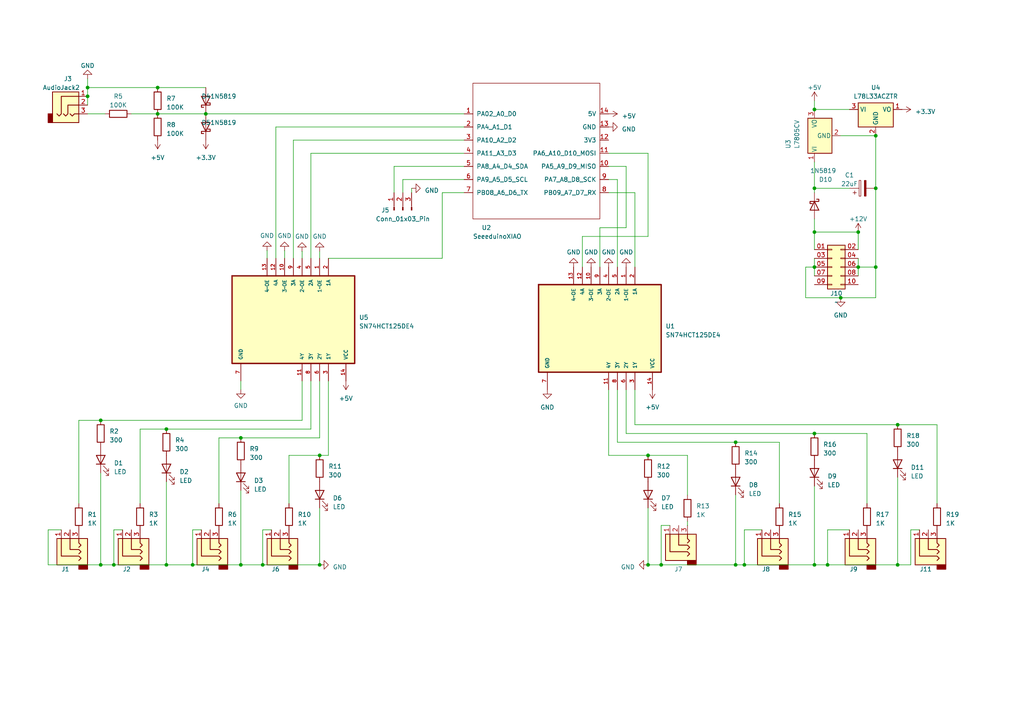
<source format=kicad_sch>
(kicad_sch (version 20230121) (generator eeschema)
  (paper "A4")
  (lib_symbols
    (symbol "1N5819_1" (pin_numbers hide) (pin_names (offset 1.016) hide)
      (property "Reference" "D10" (at -7.62 1.27 90))
      (property "Value" "1N5819" (at -10.16 -1.27 90))
      (symbol "1N5819_1_0_1"
        (polyline (pts (xy 1.27 0) (xy -1.27 0)))
        (polyline (pts (xy 1.27 1.27) (xy 1.27 -1.27) (xy -1.27 0) (xy 1.27 1.27)) (stroke (width 0.254)))
        (polyline (pts (xy -1.905 0.635) (xy -1.905 1.27) (xy -1.27 1.27) (xy -1.27 -1.27) (xy -0.635 -1.27) (xy -0.635 -0.635)) (stroke (width 0.254)))
      )
      (symbol "1N5819_1_1_1"
        (pin passive line (at -3.81 0 0) (length 2.54) (name "K") (number "1"))
        (pin passive line (at 3.81 0 180) (length 2.54) (name "A") (number "2"))
      )
    )
    (symbol "1N5819_2" (pin_numbers hide) (pin_names (offset 1.016) hide)
      (property "Reference" "D4" (at 1.27 1.27 90))
      (property "Value" "1N5819" (at 1.27 -1.27 90))
      (symbol "1N5819_2_0_1"
        (polyline (pts (xy 1.27 0) (xy -1.27 0)))
        (polyline (pts (xy 1.27 1.27) (xy 1.27 -1.27) (xy -1.27 0) (xy 1.27 1.27)) (stroke (width 0.254)))
        (polyline (pts (xy -1.905 0.635) (xy -1.905 1.27) (xy -1.27 1.27) (xy -1.27 -1.27) (xy -0.635 -1.27) (xy -0.635 -0.635)) (stroke (width 0.254)))
      )
      (symbol "1N5819_2_1_1"
        (pin passive line (at -3.81 0 0) (length 2.54) (name "K") (number "1"))
        (pin passive line (at 3.81 0 180) (length 2.54) (name "A") (number "2"))
      )
    )
    (symbol "AudioJack3_1"
      (property "Reference" "J3" (at -0.635 7.62 0))
      (property "Value" "AudioJack2" (at -2.54 5.08 0))
      (symbol "AudioJack3_1_0_1"
        (rectangle (start -5.08 -5.08) (end -6.35 -2.54) (stroke (width 0.254)) (fill (type outline)))
        (rectangle (start -5.08 3.81) (end 2.54 -5.08) (stroke (width 0.254)) (fill (type background)))
        (polyline (pts (xy 0 -2.54) (xy 0.635 -3.175) (xy 1.27 -2.54) (xy 2.54 -2.54)) (stroke (width 0.254)))
        (polyline (pts (xy -1.905 -2.54) (xy -1.27 -3.175) (xy -0.635 -2.54) (xy -0.635 0) (xy 2.54 0)) (stroke (width 0.254)))
        (polyline (pts (xy 2.54 2.54) (xy -2.54 2.54) (xy -2.54 -2.54) (xy -3.175 -3.175) (xy -3.81 -2.54)) (stroke (width 0.254)))
      )
      (symbol "AudioJack3_1_1_1"
        (pin passive line (at 5.08 2.54 180) (length 2.54) (name "~") (number "1"))
        (pin passive line (at 5.08 0 180) (length 2.54) (name "~") (number "2"))
        (pin passive line (at 5.08 -2.54 180) (length 2.54) (name "~") (number "3"))
      )
    )
    (symbol "AudioJack3_2"
      (property "Reference" "J1" (at 0 3.81 90))
      (symbol "AudioJack3_2_0_1"
        (rectangle (start -5.08 -5.08) (end -6.35 -2.54) (stroke (width 0.254)) (fill (type outline)))
        (polyline (pts (xy 0 -2.54) (xy 0.635 -3.175) (xy 1.27 -2.54) (xy 2.54 -2.54)) (stroke (width 0.254)))
        (polyline (pts (xy -1.905 -2.54) (xy -1.27 -3.175) (xy -0.635 -2.54) (xy -0.635 0) (xy 2.54 0)) (stroke (width 0.254)))
        (polyline (pts (xy 2.54 2.54) (xy -2.54 2.54) (xy -2.54 -2.54) (xy -3.175 -3.175) (xy -3.81 -2.54)) (stroke (width 0.254)))
        (rectangle (start 2.54 3.81) (end -5.08 -5.08) (stroke (width 0.254)) (fill (type background)))
      )
      (symbol "AudioJack3_2_1_1"
        (pin passive line (at 5.08 2.54 180) (length 2.54) (name "~") (number "1"))
        (pin passive line (at 5.08 0 180) (length 2.54) (name "~") (number "2"))
        (pin passive line (at 5.08 -2.54 180) (length 2.54) (name "~") (number "3"))
      )
    )
    (symbol "AudioJack3_3"
      (property "Reference" "J2" (at 6.35 -2.54 90))
      (symbol "AudioJack3_3_0_1"
        (rectangle (start -5.08 -5.08) (end -6.35 -2.54) (stroke (width 0.254)) (fill (type outline)))
        (polyline (pts (xy 0 -2.54) (xy 0.635 -3.175) (xy 1.27 -2.54) (xy 2.54 -2.54)) (stroke (width 0.254)))
        (polyline (pts (xy -1.905 -2.54) (xy -1.27 -3.175) (xy -0.635 -2.54) (xy -0.635 0) (xy 2.54 0)) (stroke (width 0.254)))
        (polyline (pts (xy 2.54 2.54) (xy -2.54 2.54) (xy -2.54 -2.54) (xy -3.175 -3.175) (xy -3.81 -2.54)) (stroke (width 0.254)))
        (rectangle (start 2.54 3.81) (end -5.08 -5.08) (stroke (width 0.254)) (fill (type background)))
      )
      (symbol "AudioJack3_3_1_1"
        (pin passive line (at 5.08 2.54 180) (length 2.54) (name "~") (number "1"))
        (pin passive line (at 5.08 0 180) (length 2.54) (name "~") (number "2"))
        (pin passive line (at 5.08 -2.54 180) (length 2.54) (name "~") (number "3"))
      )
    )
    (symbol "AudioJack3_4"
      (property "Reference" "J4" (at 0 3.81 90))
      (symbol "AudioJack3_4_0_1"
        (rectangle (start -5.08 -5.08) (end -6.35 -2.54) (stroke (width 0.254)) (fill (type outline)))
        (polyline (pts (xy 0 -2.54) (xy 0.635 -3.175) (xy 1.27 -2.54) (xy 2.54 -2.54)) (stroke (width 0.254)))
        (polyline (pts (xy -1.905 -2.54) (xy -1.27 -3.175) (xy -0.635 -2.54) (xy -0.635 0) (xy 2.54 0)) (stroke (width 0.254)))
        (polyline (pts (xy 2.54 2.54) (xy -2.54 2.54) (xy -2.54 -2.54) (xy -3.175 -3.175) (xy -3.81 -2.54)) (stroke (width 0.254)))
        (rectangle (start 2.54 3.81) (end -5.08 -5.08) (stroke (width 0.254)) (fill (type background)))
      )
      (symbol "AudioJack3_4_1_1"
        (pin passive line (at 5.08 2.54 180) (length 2.54) (name "~") (number "1"))
        (pin passive line (at 5.08 0 180) (length 2.54) (name "~") (number "2"))
        (pin passive line (at 5.08 -2.54 180) (length 2.54) (name "~") (number "3"))
      )
    )
    (symbol "AudioJack3_5"
      (property "Reference" "J6" (at 6.35 -2.54 90))
      (symbol "AudioJack3_5_0_1"
        (rectangle (start -5.08 -5.08) (end -6.35 -2.54) (stroke (width 0.254)) (fill (type outline)))
        (polyline (pts (xy 0 -2.54) (xy 0.635 -3.175) (xy 1.27 -2.54) (xy 2.54 -2.54)) (stroke (width 0.254)))
        (polyline (pts (xy -1.905 -2.54) (xy -1.27 -3.175) (xy -0.635 -2.54) (xy -0.635 0) (xy 2.54 0)) (stroke (width 0.254)))
        (polyline (pts (xy 2.54 2.54) (xy -2.54 2.54) (xy -2.54 -2.54) (xy -3.175 -3.175) (xy -3.81 -2.54)) (stroke (width 0.254)))
        (rectangle (start 2.54 3.81) (end -5.08 -5.08) (stroke (width 0.254)) (fill (type background)))
      )
      (symbol "AudioJack3_5_1_1"
        (pin passive line (at 5.08 2.54 180) (length 2.54) (name "~") (number "1"))
        (pin passive line (at 5.08 0 180) (length 2.54) (name "~") (number "2"))
        (pin passive line (at 5.08 -2.54 180) (length 2.54) (name "~") (number "3"))
      )
    )
    (symbol "AudioJack3_6"
      (property "Reference" "J7" (at 6.35 -2.54 90))
      (symbol "AudioJack3_6_0_1"
        (rectangle (start -5.08 -5.08) (end -6.35 -2.54) (stroke (width 0.254)) (fill (type outline)))
        (polyline (pts (xy 0 -2.54) (xy 0.635 -3.175) (xy 1.27 -2.54) (xy 2.54 -2.54)) (stroke (width 0.254)))
        (polyline (pts (xy -1.905 -2.54) (xy -1.27 -3.175) (xy -0.635 -2.54) (xy -0.635 0) (xy 2.54 0)) (stroke (width 0.254)))
        (polyline (pts (xy 2.54 2.54) (xy -2.54 2.54) (xy -2.54 -2.54) (xy -3.175 -3.175) (xy -3.81 -2.54)) (stroke (width 0.254)))
        (rectangle (start 2.54 3.81) (end -5.08 -5.08) (stroke (width 0.254)) (fill (type background)))
      )
      (symbol "AudioJack3_6_1_1"
        (pin passive line (at 5.08 2.54 180) (length 2.54) (name "~") (number "1"))
        (pin passive line (at 5.08 0 180) (length 2.54) (name "~") (number "2"))
        (pin passive line (at 5.08 -2.54 180) (length 2.54) (name "~") (number "3"))
      )
    )
    (symbol "AudioJack3_7"
      (property "Reference" "J8" (at 6.35 -2.54 90))
      (symbol "AudioJack3_7_0_1"
        (rectangle (start -5.08 -5.08) (end -6.35 -2.54) (stroke (width 0.254)) (fill (type outline)))
        (polyline (pts (xy 0 -2.54) (xy 0.635 -3.175) (xy 1.27 -2.54) (xy 2.54 -2.54)) (stroke (width 0.254)))
        (polyline (pts (xy -1.905 -2.54) (xy -1.27 -3.175) (xy -0.635 -2.54) (xy -0.635 0) (xy 2.54 0)) (stroke (width 0.254)))
        (polyline (pts (xy 2.54 2.54) (xy -2.54 2.54) (xy -2.54 -2.54) (xy -3.175 -3.175) (xy -3.81 -2.54)) (stroke (width 0.254)))
        (rectangle (start 2.54 3.81) (end -5.08 -5.08) (stroke (width 0.254)) (fill (type background)))
      )
      (symbol "AudioJack3_7_1_1"
        (pin passive line (at 5.08 2.54 180) (length 2.54) (name "~") (number "1"))
        (pin passive line (at 5.08 0 180) (length 2.54) (name "~") (number "2"))
        (pin passive line (at 5.08 -2.54 180) (length 2.54) (name "~") (number "3"))
      )
    )
    (symbol "AudioJack3_8"
      (property "Reference" "J9" (at 6.35 -2.54 90))
      (symbol "AudioJack3_8_0_1"
        (rectangle (start -5.08 -5.08) (end -6.35 -2.54) (stroke (width 0.254)) (fill (type outline)))
        (polyline (pts (xy 0 -2.54) (xy 0.635 -3.175) (xy 1.27 -2.54) (xy 2.54 -2.54)) (stroke (width 0.254)))
        (polyline (pts (xy -1.905 -2.54) (xy -1.27 -3.175) (xy -0.635 -2.54) (xy -0.635 0) (xy 2.54 0)) (stroke (width 0.254)))
        (polyline (pts (xy 2.54 2.54) (xy -2.54 2.54) (xy -2.54 -2.54) (xy -3.175 -3.175) (xy -3.81 -2.54)) (stroke (width 0.254)))
        (rectangle (start 2.54 3.81) (end -5.08 -5.08) (stroke (width 0.254)) (fill (type background)))
      )
      (symbol "AudioJack3_8_1_1"
        (pin passive line (at 5.08 2.54 180) (length 2.54) (name "~") (number "1"))
        (pin passive line (at 5.08 0 180) (length 2.54) (name "~") (number "2"))
        (pin passive line (at 5.08 -2.54 180) (length 2.54) (name "~") (number "3"))
      )
    )
    (symbol "Connector:Conn_01x03_Pin" (pin_names (offset 1.016) hide)
      (property "Reference" "J5" (at -6.35 0 90))
      (property "Value" "Conn_01x03_Pin" (at -5.08 -2.54 90))
      (symbol "Conn_01x03_Pin_1_1"
        (polyline (pts (xy 1.27 -2.54) (xy 0.8636 -2.54)) (stroke (width 0.1524)))
        (polyline (pts (xy 1.27 0) (xy 0.8636 0)) (stroke (width 0.1524)))
        (polyline (pts (xy 1.27 2.54) (xy 0.8636 2.54)) (stroke (width 0.1524)))
        (rectangle (start 0.8636 -2.413) (end 0 -2.667) (stroke (width 0.1524)) (fill (type outline)))
        (rectangle (start 0.8636 0.127) (end 0 -0.127) (stroke (width 0.1524)) (fill (type outline)))
        (rectangle (start 0.8636 2.667) (end 0 2.413) (stroke (width 0.1524)) (fill (type outline)))
        (pin passive line (at 5.08 2.54 180) (length 3.81) (name "Pin_1") (number "1"))
        (pin passive line (at 5.08 0 180) (length 3.81) (name "Pin_2") (number "2"))
        (pin passive line (at 5.08 -2.54 180) (length 3.81) (name "Pin_3") (number "3"))
      )
    )
    (symbol "Connector_Audio:AudioJack3"
      (property "Reference" "J11" (at 6.35 -2.54 90))
      (symbol "AudioJack3_0_1"
        (rectangle (start -5.08 -5.08) (end -6.35 -2.54) (stroke (width 0.254)) (fill (type outline)))
        (polyline (pts (xy 0 -2.54) (xy 0.635 -3.175) (xy 1.27 -2.54) (xy 2.54 -2.54)) (stroke (width 0.254)))
        (polyline (pts (xy -1.905 -2.54) (xy -1.27 -3.175) (xy -0.635 -2.54) (xy -0.635 0) (xy 2.54 0)) (stroke (width 0.254)))
        (polyline (pts (xy 2.54 2.54) (xy -2.54 2.54) (xy -2.54 -2.54) (xy -3.175 -3.175) (xy -3.81 -2.54)) (stroke (width 0.254)))
        (rectangle (start 2.54 3.81) (end -5.08 -5.08) (stroke (width 0.254)) (fill (type background)))
      )
      (symbol "AudioJack3_1_1"
        (pin passive line (at 5.08 2.54 180) (length 2.54) (name "~") (number "1"))
        (pin passive line (at 5.08 0 180) (length 2.54) (name "~") (number "2"))
        (pin passive line (at 5.08 -2.54 180) (length 2.54) (name "~") (number "3"))
      )
    )
    (symbol "Connector_Generic:Conn_02x05_Odd_Even" (pin_names (offset 1.016) hide)
      (property "Reference" "J10" (at 1.27 -7.62 0))
      (symbol "Conn_02x05_Odd_Even_1_1"
        (rectangle (start -1.27 -4.953) (end 0 -5.207) (stroke (width 0.1524)))
        (rectangle (start -1.27 -2.413) (end 0 -2.667) (stroke (width 0.1524)))
        (rectangle (start -1.27 0.127) (end 0 -0.127) (stroke (width 0.1524)))
        (rectangle (start -1.27 2.667) (end 0 2.413) (stroke (width 0.1524)))
        (rectangle (start -1.27 5.207) (end 0 4.953) (stroke (width 0.1524)))
        (rectangle (start -1.27 6.35) (end 3.81 -6.35) (stroke (width 0.254)) (fill (type background)))
        (rectangle (start 3.81 -4.953) (end 2.54 -5.207) (stroke (width 0.1524)))
        (rectangle (start 3.81 -2.413) (end 2.54 -2.667) (stroke (width 0.1524)))
        (rectangle (start 3.81 0.127) (end 2.54 -0.127) (stroke (width 0.1524)))
        (rectangle (start 3.81 2.667) (end 2.54 2.413) (stroke (width 0.1524)))
        (rectangle (start 3.81 5.207) (end 2.54 4.953) (stroke (width 0.1524)))
        (pin passive line (at -5.08 5.08 0) (length 3.81) (name "Pin_1") (number "01"))
        (pin passive line (at 7.62 5.08 180) (length 3.81) (name "Pin_2") (number "02"))
        (pin passive line (at -5.08 2.54 0) (length 3.81) (name "Pin_3") (number "03"))
        (pin passive line (at 7.62 2.54 180) (length 3.81) (name "Pin_4") (number "04"))
        (pin passive line (at -5.08 0 0) (length 3.81) (name "Pin_5") (number "05"))
        (pin passive line (at 7.62 0 180) (length 3.81) (name "Pin_6") (number "06"))
        (pin passive line (at -5.08 -2.54 0) (length 3.81) (name "Pin_7") (number "07"))
        (pin passive line (at 7.62 -2.54 180) (length 3.81) (name "Pin_8") (number "08"))
        (pin passive line (at -5.08 -5.08 0) (length 3.81) (name "Pin_9") (number "09"))
        (pin passive line (at 7.62 -5.08 180) (length 3.81) (name "Pin_10") (number "10"))
      )
    )
    (symbol "Device:C_Polarized" (pin_numbers hide) (pin_names (offset 0.254))
      (property "Reference" "C1" (at -0.889 6.35 90))
      (property "Value" "22uF" (at -0.889 3.81 90))
      (symbol "C_Polarized_0_1"
        (rectangle (start -2.286 1.016) (end 2.286 0.508))
        (polyline (pts (xy -1.778 2.286) (xy -0.762 2.286)))
        (polyline (pts (xy -1.27 2.794) (xy -1.27 1.778)))
        (rectangle (start 2.286 -0.508) (end -2.286 -1.016) (fill (type outline)))
      )
      (symbol "C_Polarized_1_1"
        (pin passive line (at 0 3.81 270) (length 2.794) (name "~") (number "1"))
        (pin passive line (at 0 -3.81 90) (length 2.794) (name "~") (number "2"))
      )
    )
    (symbol "Device:LED" (pin_numbers hide) (pin_names (offset 1.016) hide)
      (property "Reference" "D" (at 0 2.54 0))
      (property "Value" "LED" (at 0 -2.54 0))
      (symbol "LED_0_1"
        (polyline (pts (xy -1.27 -1.27) (xy -1.27 1.27)) (stroke (width 0.254)))
        (polyline (pts (xy -1.27 0) (xy 1.27 0)))
        (polyline (pts (xy 1.27 -1.27) (xy 1.27 1.27) (xy -1.27 0) (xy 1.27 -1.27)) (stroke (width 0.254)))
        (polyline (pts (xy -3.048 -0.762) (xy -4.572 -2.286) (xy -3.81 -2.286) (xy -4.572 -2.286) (xy -4.572 -1.524)))
        (polyline (pts (xy -1.778 -0.762) (xy -3.302 -2.286) (xy -2.54 -2.286) (xy -3.302 -2.286) (xy -3.302 -1.524)))
      )
      (symbol "LED_1_1"
        (pin passive line (at -3.81 0 0) (length 2.54) (name "K") (number "1"))
        (pin passive line (at 3.81 0 180) (length 2.54) (name "A") (number "2"))
      )
    )
    (symbol "Device:R" (pin_numbers hide) (pin_names (offset 0))
      (property "Reference" "R" (at 2.032 0 90))
      (property "Value" "R" (at 0 0 90))
      (symbol "R_0_1"
        (rectangle (start -1.016 -2.54) (end 1.016 2.54) (stroke (width 0.254)))
      )
      (symbol "R_1_1"
        (pin passive line (at 0 3.81 270) (length 1.27) (name "~") (number "1"))
        (pin passive line (at 0 -3.81 90) (length 1.27) (name "~") (number "2"))
      )
    )
    (symbol "Diode:1N5819" (pin_numbers hide) (pin_names (offset 1.016) hide)
      (property "Reference" "D5" (at 1.27 1.27 90))
      (property "Value" "1N5819" (at 1.27 -1.27 90))
      (symbol "1N5819_0_1"
        (polyline (pts (xy 1.27 0) (xy -1.27 0)))
        (polyline (pts (xy 1.27 1.27) (xy 1.27 -1.27) (xy -1.27 0) (xy 1.27 1.27)) (stroke (width 0.254)))
        (polyline (pts (xy -1.905 0.635) (xy -1.905 1.27) (xy -1.27 1.27) (xy -1.27 -1.27) (xy -0.635 -1.27) (xy -0.635 -0.635)) (stroke (width 0.254)))
      )
      (symbol "1N5819_1_1"
        (pin passive line (at -3.81 0 0) (length 2.54) (name "K") (number "1"))
        (pin passive line (at 3.81 0 180) (length 2.54) (name "A") (number "2"))
      )
    )
    (symbol "Import_Library:SN74HCT125DE4" (pin_names (offset 1.016))
      (property "Reference" "U" (at -12.7 18.78 0))
      (property "Value" "SN74HCT125DE4" (at -12.7 -21.78 0))
      (symbol "SN74HCT125DE4_0_0"
        (rectangle (start -12.7 -17.78) (end 12.7 17.78) (stroke (width 0.41)) (fill (type background)))
        (pin input line (at -17.78 7.62 0) (length 5.08) (name "1~OE") (number "1"))
        (pin input line (at -17.78 -2.54 0) (length 5.08) (name "3~OE") (number "10"))
        (pin output line (at 17.78 2.54 180) (length 5.08) (name "4Y") (number "11"))
        (pin input line (at -17.78 -5.08 0) (length 5.08) (name "4A") (number "12"))
        (pin input line (at -17.78 -7.62 0) (length 5.08) (name "4~OE") (number "13"))
        (pin power_in line (at 17.78 15.24 180) (length 5.08) (name "VCC") (number "14"))
        (pin input line (at -17.78 10.16 0) (length 5.08) (name "1A") (number "2"))
        (pin output line (at 17.78 10.16 180) (length 5.08) (name "1Y") (number "3"))
        (pin input line (at -17.78 2.54 0) (length 5.08) (name "2~OE") (number "4"))
        (pin input line (at -17.78 5.08 0) (length 5.08) (name "2A") (number "5"))
        (pin output line (at 17.78 7.62 180) (length 5.08) (name "2Y") (number "6"))
        (pin power_in line (at 17.78 -15.24 180) (length 5.08) (name "GND") (number "7"))
        (pin output line (at 17.78 5.08 180) (length 5.08) (name "3Y") (number "8"))
        (pin input line (at -17.78 0 0) (length 5.08) (name "3A") (number "9"))
      )
    )
    (symbol "Import_Library:SeeeduinoXIAO" (pin_names (offset 1.016))
      (property "Reference" "U2" (at -16.51 -21.59 0))
      (property "Value" "SeeeduinoXIAO" (at -19.05 -24.13 0))
      (symbol "SeeeduinoXIAO_0_1"
        (rectangle (start -19.05 20.32) (end 17.78 -19.05))
      )
      (symbol "SeeeduinoXIAO_1_1"
        (pin unspecified line (at -21.59 11.43 0) (length 2.54) (name "PA02_A0_D0") (number "1"))
        (pin unspecified line (at 20.32 -3.81 180) (length 2.54) (name "PA5_A9_D9_MISO") (number "10"))
        (pin unspecified line (at 20.32 0 180) (length 2.54) (name "PA6_A10_D10_MOSI") (number "11"))
        (pin unspecified line (at 20.32 3.81 180) (length 2.54) (name "3V3") (number "12"))
        (pin unspecified line (at 20.32 7.62 180) (length 2.54) (name "GND") (number "13"))
        (pin unspecified line (at 20.32 11.43 180) (length 2.54) (name "5V") (number "14"))
        (pin input line (at -2.54 -21.59 90) (length 2.54) hide (name "5V") (number "15"))
        (pin input line (at 2.54 -21.59 90) (length 2.54) hide (name "GND") (number "16"))
        (pin input line (at -5.08 22.86 270) (length 2.54) hide (name "PA31_SWDIO") (number "17"))
        (pin input line (at -1.27 22.86 270) (length 2.54) hide (name "PA30_SWCLK") (number "18"))
        (pin input line (at 2.54 22.86 270) (length 2.54) hide (name "RESET") (number "19"))
        (pin unspecified line (at -21.59 7.62 0) (length 2.54) (name "PA4_A1_D1") (number "2"))
        (pin input line (at 6.35 22.86 270) (length 2.54) hide (name "GND") (number "20"))
        (pin unspecified line (at -21.59 3.81 0) (length 2.54) (name "PA10_A2_D2") (number "3"))
        (pin unspecified line (at -21.59 0 0) (length 2.54) (name "PA11_A3_D3") (number "4"))
        (pin unspecified line (at -21.59 -3.81 0) (length 2.54) (name "PA8_A4_D4_SDA") (number "5"))
        (pin unspecified line (at -21.59 -7.62 0) (length 2.54) (name "PA9_A5_D5_SCL") (number "6"))
        (pin unspecified line (at -21.59 -11.43 0) (length 2.54) (name "PB08_A6_D6_TX") (number "7"))
        (pin unspecified line (at 20.32 -11.43 180) (length 2.54) (name "PB09_A7_D7_RX") (number "8"))
        (pin unspecified line (at 20.32 -7.62 180) (length 2.54) (name "PA7_A8_D8_SCK") (number "9"))
      )
    )
    (symbol "Regulator_Linear:LM1117MP-3.3"
      (property "Reference" "U4" (at 0 6.35 0))
      (property "Value" "L78L33ACZTR" (at 0 3.81 0))
      (symbol "LM1117MP-3.3_0_1"
        (rectangle (start -5.08 -5.08) (end 5.08 1.905) (stroke (width 0.254)) (fill (type background)))
      )
      (symbol "LM1117MP-3.3_1_1"
        (pin power_out line (at 7.62 0 180) (length 2.54) (name "VO") (number "1"))
        (pin power_in line (at 0 -7.62 90) (length 2.54) (name "GND") (number "2"))
        (pin power_in line (at -7.62 0 0) (length 2.54) (name "VI") (number "3"))
      )
    )
    (symbol "Regulator_Linear:LM7805_TO220" (pin_names (offset 0.254))
      (property "Reference" "U3" (at -3.81 7.62 0))
      (property "Value" "L7805CV" (at -3.81 5.08 0))
      (symbol "LM7805_TO220_0_1"
        (rectangle (start -5.08 1.905) (end 5.08 -5.08) (stroke (width 0.254)) (fill (type background)))
      )
      (symbol "LM7805_TO220_1_1"
        (pin power_in line (at -7.62 0 0) (length 2.54) (name "VI") (number "1"))
        (pin power_in line (at 0 -7.62 90) (length 2.54) (name "GND") (number "2"))
        (pin power_out line (at 7.62 0 180) (length 2.54) (name "VO") (number "3"))
      )
    )
    (symbol "power:+12V" (power) (pin_names (offset 0))
      (property "Value" "+12V" (at 0 3.556 0))
      (symbol "+12V_0_1"
        (polyline (pts (xy -0.762 1.27) (xy 0 2.54)))
        (polyline (pts (xy 0 0) (xy 0 2.54)))
        (polyline (pts (xy 0 2.54) (xy 0.762 1.27)))
      )
      (symbol "+12V_1_1"
        (pin power_in line (at 0 0 90) (length 0) hide (name "+12V") (number "1"))
      )
    )
    (symbol "power:+3.3V" (power) (pin_names (offset 0))
      (property "Value" "+3.3V" (at 0 3.556 0))
      (symbol "+3.3V_0_1"
        (polyline (pts (xy -0.762 1.27) (xy 0 2.54)))
        (polyline (pts (xy 0 0) (xy 0 2.54)))
        (polyline (pts (xy 0 2.54) (xy 0.762 1.27)))
      )
      (symbol "+3.3V_1_1"
        (pin power_in line (at 0 0 90) (length 0) hide (name "+3.3V") (number "1"))
      )
    )
    (symbol "power:+5V" (power) (pin_names (offset 0))
      (property "Value" "+5V" (at 0 3.556 0))
      (symbol "+5V_0_1"
        (polyline (pts (xy -0.762 1.27) (xy 0 2.54)))
        (polyline (pts (xy 0 0) (xy 0 2.54)))
        (polyline (pts (xy 0 2.54) (xy 0.762 1.27)))
      )
      (symbol "+5V_1_1"
        (pin power_in line (at 0 0 90) (length 0) hide (name "+5V") (number "1"))
      )
    )
    (symbol "power:GND" (power) (pin_names (offset 0))
      (property "Value" "GND" (at 0 -3.81 0))
      (symbol "GND_0_1"
        (polyline (pts (xy 0 0) (xy 0 -1.27) (xy 1.27 -1.27) (xy 0 -2.54) (xy -1.27 -1.27) (xy 0 -1.27)))
      )
      (symbol "GND_1_1"
        (pin power_in line (at 0 0 270) (length 0) hide (name "GND") (number "1"))
      )
    )
  )
  (junction (at 236.22 77.47))
  (junction (at 213.36 128.27))
  (junction (at 45.72 33.02))
  (junction (at 240.03 163.83))
  (junction (at 55.88 163.83))
  (junction (at 76.2 163.83))
  (junction (at 260.35 163.83))
  (junction (at 69.85 163.83))
  (junction (at 59.69 33.02))
  (junction (at 187.96 163.83))
  (junction (at 92.71 163.83))
  (junction (at 215.9 163.83))
  (junction (at 33.02 163.83))
  (junction (at 236.22 163.83))
  (junction (at 25.4 27.94))
  (junction (at 254 77.47))
  (junction (at 25.4 25.4))
  (junction (at 243.84 86.36))
  (junction (at 236.22 67.31))
  (junction (at 248.92 67.31))
  (junction (at 45.72 25.4))
  (junction (at 29.21 121.92))
  (junction (at 29.21 163.83))
  (junction (at 254 54.61))
  (junction (at 236.22 125.73))
  (junction (at 48.26 163.83))
  (junction (at 92.71 132.08))
  (junction (at 213.36 163.83))
  (junction (at 248.92 77.47))
  (junction (at 48.26 124.46))
  (junction (at 191.77 163.83))
  (junction (at 236.22 31.75))
  (junction (at 236.22 54.61))
  (junction (at 187.96 132.08))
  (junction (at 260.35 123.19))
  (junction (at 69.85 127))
  (junction (at 254 39.37))
  (wire (pts (xy 248.92 67.31) (xy 248.92 72.39)))
  (wire (pts (xy 92.71 147.32) (xy 92.71 163.83)))
  (wire (pts (xy 82.55 72.729) (xy 82.55 74.93)))
  (wire (pts (xy 69.85 142.24) (xy 69.85 163.83)))
  (wire (pts (xy 87.63 110.49) (xy 87.63 121.92)))
  (wire (pts (xy 90.17 44.45) (xy 90.17 74.93)))
  (wire (pts (xy 87.5983 72.9218) (xy 87.63 72.9218)))
  (wire (pts (xy 25.4 25.4) (xy 25.4 27.94)))
  (wire (pts (xy 199.395 132.08) (xy 199.395 143.5979)))
  (wire (pts (xy 179.07 113.03) (xy 179.07 128.27)))
  (wire (pts (xy 260.35 138.43) (xy 260.35 163.83)))
  (wire (pts (xy 236.22 63.5) (xy 236.22 67.31)))
  (wire (pts (xy 233.68 86.36) (xy 243.84 86.36)))
  (wire (pts (xy 63.5 146.05) (xy 63.5 127)))
  (wire (pts (xy 69.85 110.49) (xy 69.8488 110.49)))
  (wire (pts (xy 236.22 77.47) (xy 233.68 77.47)))
  (wire (pts (xy 55.88 163.83) (xy 69.85 163.83)))
  (wire (pts (xy 264.16 163.83) (xy 260.35 163.83)))
  (wire (pts (xy 243.84 86.36) (xy 254 86.36)))
  (wire (pts (xy 236.22 67.31) (xy 236.22 72.39)))
  (wire (pts (xy 233.68 77.47) (xy 233.68 86.36)))
  (wire (pts (xy 187.96 44.45) (xy 176.53 44.45)))
  (wire (pts (xy 254 54.61) (xy 254 77.47)))
  (wire (pts (xy 22.86 121.92) (xy 29.21 121.92)))
  (wire (pts (xy 236.22 67.31) (xy 248.92 67.31)))
  (wire (pts (xy 69.85 163.83) (xy 76.2 163.83)))
  (wire (pts (xy 87.63 72.9218) (xy 87.63 74.93)))
  (wire (pts (xy 128.27 55.88) (xy 134.62 55.88)))
  (wire (pts (xy 92.7084 74.93) (xy 92.71 74.93)))
  (wire (pts (xy 29.21 137.16) (xy 29.21 163.83)))
  (wire (pts (xy 82.5365 72.729) (xy 82.55 72.729)))
  (wire (pts (xy 176.53 132.08) (xy 187.96 132.08)))
  (wire (pts (xy 184.15 123.19) (xy 260.35 123.19)))
  (wire (pts (xy 119.38 55.88) (xy 119.38 54.61)))
  (wire (pts (xy 33.02 153.67) (xy 33.02 163.83)))
  (wire (pts (xy 77.47 72.6958) (xy 77.47 74.93)))
  (wire (pts (xy 13.97 163.83) (xy 29.21 163.83)))
  (wire (pts (xy 48.26 139.7) (xy 48.26 163.83)))
  (wire (pts (xy 45.72 25.4) (xy 59.69 25.4)))
  (wire (pts (xy 181.61 48.26) (xy 176.53 48.26)))
  (wire (pts (xy 29.21 163.83) (xy 33.02 163.83)))
  (wire (pts (xy 181.61 66.04) (xy 181.61 48.26)))
  (wire (pts (xy 25.4 27.94) (xy 25.4 30.48)))
  (wire (pts (xy 184.15 113.03) (xy 184.15 123.19)))
  (wire (pts (xy 226.06 146.05) (xy 226.06 128.27)))
  (wire (pts (xy 95.25 110.49) (xy 95.25 132.08)))
  (wire (pts (xy 181.61 125.73) (xy 236.22 125.73)))
  (wire (pts (xy 236.22 74.93) (xy 236.22 77.47)))
  (wire (pts (xy 69.85 127) (xy 92.71 127)))
  (wire (pts (xy 251.46 146.05) (xy 251.46 125.73)))
  (wire (pts (xy 13.97 153.67) (xy 13.97 163.83)))
  (wire (pts (xy 128.27 55.88) (xy 128.27 74.93)))
  (wire (pts (xy 29.21 121.92) (xy 87.63 121.92)))
  (wire (pts (xy 271.78 123.19) (xy 260.35 123.19)))
  (wire (pts (xy 114.3 48.26) (xy 134.62 48.26)))
  (wire (pts (xy 236.22 29.21) (xy 236.22 31.75)))
  (wire (pts (xy 58.42 153.67) (xy 55.88 153.67)))
  (wire (pts (xy 236.22 140.97) (xy 236.22 163.83)))
  (wire (pts (xy 173.99 66.04) (xy 181.61 66.04)))
  (wire (pts (xy 181.61 113.03) (xy 181.61 125.73)))
  (wire (pts (xy 240.03 163.83) (xy 236.22 163.83)))
  (wire (pts (xy 184.15 77.47) (xy 184.15 55.88)))
  (wire (pts (xy 179.07 128.27) (xy 213.36 128.27)))
  (wire (pts (xy 236.22 54.61) (xy 236.22 55.88)))
  (wire (pts (xy 184.15 55.88) (xy 176.53 55.88)))
  (wire (pts (xy 173.99 66.04) (xy 173.99 77.47)))
  (wire (pts (xy 248.92 77.47) (xy 248.92 80.01)))
  (wire (pts (xy 194.31 152.4) (xy 191.77 152.4)))
  (wire (pts (xy 95.25 132.08) (xy 92.71 132.08)))
  (wire (pts (xy 25.4 33.02) (xy 30.48 33.02)))
  (wire (pts (xy 128.27 74.93) (xy 95.25 74.93)))
  (wire (pts (xy 92.71 127) (xy 92.71 110.49)))
  (wire (pts (xy 116.84 52.07) (xy 116.84 55.88)))
  (wire (pts (xy 59.69 33.02) (xy 134.62 33.02)))
  (wire (pts (xy 191.77 163.83) (xy 187.96 163.83)))
  (wire (pts (xy 248.92 74.93) (xy 248.92 77.47)))
  (wire (pts (xy 226.06 128.27) (xy 213.36 128.27)))
  (wire (pts (xy 176.53 113.03) (xy 176.53 132.08)))
  (wire (pts (xy 134.62 52.07) (xy 116.84 52.07)))
  (wire (pts (xy 25.4 25.4) (xy 45.72 25.4)))
  (wire (pts (xy 83.82 146.05) (xy 83.82 132.08)))
  (wire (pts (xy 246.38 153.67) (xy 240.03 153.67)))
  (wire (pts (xy 251.46 125.73) (xy 236.22 125.73)))
  (wire (pts (xy 215.9 163.83) (xy 236.22 163.83)))
  (wire (pts (xy 35.56 153.67) (xy 33.02 153.67)))
  (wire (pts (xy 215.9 153.67) (xy 215.9 163.83)))
  (wire (pts (xy 213.36 143.51) (xy 213.36 163.83)))
  (wire (pts (xy 78.74 153.67) (xy 76.2 153.67)))
  (wire (pts (xy 191.77 163.83) (xy 213.36 163.83)))
  (wire (pts (xy 48.26 163.83) (xy 55.88 163.83)))
  (wire (pts (xy 199.395 152.4) (xy 199.39 152.4)))
  (wire (pts (xy 168.91 68.58) (xy 187.96 68.58)))
  (wire (pts (xy 187.96 132.08) (xy 199.395 132.08)))
  (wire (pts (xy 236.22 31.75) (xy 246.38 31.75)))
  (wire (pts (xy 25.4 22.86) (xy 25.4 25.4)))
  (wire (pts (xy 187.96 68.58) (xy 187.96 44.45)))
  (wire (pts (xy 76.2 153.67) (xy 76.2 163.83)))
  (wire (pts (xy 38.1 33.02) (xy 45.72 33.02)))
  (wire (pts (xy 17.78 153.67) (xy 13.97 153.67)))
  (wire (pts (xy 179.07 52.07) (xy 179.07 77.47)))
  (wire (pts (xy 80.01 36.83) (xy 80.01 74.93)))
  (wire (pts (xy 248.92 77.47) (xy 254 77.47)))
  (wire (pts (xy 55.88 153.67) (xy 55.88 163.83)))
  (wire (pts (xy 191.77 152.4) (xy 191.77 163.83)))
  (wire (pts (xy 254 54.61) (xy 254 39.37)))
  (wire (pts (xy 236.22 54.61) (xy 246.38 54.61)))
  (wire (pts (xy 76.2 163.83) (xy 92.71 163.83)))
  (wire (pts (xy 266.7 153.67) (xy 264.16 153.67)))
  (wire (pts (xy 40.64 146.05) (xy 40.64 124.46)))
  (wire (pts (xy 92.7084 72.9218) (xy 92.7084 74.93)))
  (wire (pts (xy 236.22 77.47) (xy 236.22 80.01)))
  (wire (pts (xy 80.01 36.83) (xy 134.62 36.83)))
  (wire (pts (xy 85.09 40.64) (xy 134.62 40.64)))
  (wire (pts (xy 83.82 132.08) (xy 92.71 132.08)))
  (wire (pts (xy 168.91 77.47) (xy 168.91 68.58)))
  (wire (pts (xy 215.9 163.83) (xy 213.36 163.83)))
  (wire (pts (xy 22.86 146.05) (xy 22.86 121.92)))
  (wire (pts (xy 236.22 46.99) (xy 236.22 54.61)))
  (wire (pts (xy 85.09 40.64) (xy 85.09 74.93)))
  (wire (pts (xy 240.03 163.83) (xy 260.35 163.83)))
  (wire (pts (xy 40.64 124.46) (xy 48.26 124.46)))
  (wire (pts (xy 220.98 153.67) (xy 215.9 153.67)))
  (wire (pts (xy 33.02 163.83) (xy 48.26 163.83)))
  (wire (pts (xy 114.3 48.26) (xy 114.3 55.88)))
  (wire (pts (xy 264.16 153.67) (xy 264.16 163.83)))
  (wire (pts (xy 254 39.37) (xy 243.84 39.37)))
  (wire (pts (xy 199.395 151.2179) (xy 199.395 152.4)))
  (wire (pts (xy 69.8488 110.49) (xy 69.8488 112.9835)))
  (wire (pts (xy 179.07 52.07) (xy 176.53 52.07)))
  (wire (pts (xy 271.78 146.05) (xy 271.78 123.19)))
  (wire (pts (xy 187.96 147.32) (xy 187.96 163.83)))
  (wire (pts (xy 240.03 153.67) (xy 240.03 163.83)))
  (wire (pts (xy 90.17 110.49) (xy 90.17 124.46)))
  (wire (pts (xy 90.17 44.45) (xy 134.62 44.45)))
  (wire (pts (xy 77.4534 72.6958) (xy 77.47 72.6958)))
  (wire (pts (xy 254 86.36) (xy 254 77.47)))
  (wire (pts (xy 63.5 127) (xy 69.85 127)))
  (wire (pts (xy 48.26 124.46) (xy 90.17 124.46)))
  (wire (pts (xy 45.72 33.02) (xy 59.69 33.02)))
  (symbol (lib_name "AudioJack3_8") (lib_id "Connector_Audio:AudioJack3") (at 248.92 158.75 90) (unit 1)
    (property "Reference" "J9" (at 246.38 165.1 90) (effects (justify right)))
    (property "Value" "AudioJack2" (effects hide))
    (property "Footprint" "Import Library:Socket-3.5mm THT-Thonkiconn PJ398SM-12" (effects hide))
  )
  (symbol (lib_id "Regulator_Linear:LM1117MP-3.3") (at 254 31.75 0) (unit 1)
    (property "Reference" "U4" (at 254 25.4 0))
    (property "Value" "L78L33ACZTR" (at 254 27.94 0))
    (property "Footprint" "Package_TO_SOT_THT:TO-92" (effects hide))
    (property "Datasheet" "http://www.ti.com/lit/ds/symlink/lm1117.pdf" (effects hide))
  )
  (symbol (lib_id "power:GND") (at 92.71 163.83 90) (unit 1)
    (property "Reference" "#PWR04" (effects hide))
    (property "Value" "GND" (at 96.52 164.465 90) (effects (justify right)))
  )
  (symbol (lib_id "Device:R") (at 199.395 147.4079 0) (unit 1)
    (property "Reference" "R13" (at 201.93 146.7729 0) (effects (justify left)))
    (property "Value" "1K" (at 201.93 149.3129 0) (effects (justify left)))
    (property "Footprint" "Resistor_THT:R_Axial_DIN0207_L6.3mm_D2.5mm_P7.62mm_Horizontal" (effects hide))
  )
  (symbol (lib_id "Device:LED") (at 187.96 143.51 90) (unit 1)
    (property "Reference" "D7" (at 191.77 144.4625 90) (effects (justify right)))
    (property "Value" "LED" (at 191.77 147.0025 90) (effects (justify right)))
    (property "Footprint" "Import Library:LED-THT Red Angle130-L-47XEC" (effects hide))
  )
  (symbol (lib_id "Device:R") (at 45.72 29.21 0) (unit 1)
    (property "Reference" "R7" (at 48.26 28.575 0) (effects (justify left)))
    (property "Value" "100K" (at 48.26 31.115 0) (effects (justify left)))
    (property "Footprint" "Resistor_THT:R_Axial_DIN0207_L6.3mm_D2.5mm_P7.62mm_Horizontal" (effects hide))
  )
  (symbol (lib_id "Regulator_Linear:LM7805_TO220") (at 236.22 39.37 90) (unit 1)
    (property "Reference" "U3" (at 228.6 43.18 0) (effects (justify left)))
    (property "Value" "L7805CV" (at 231.14 43.18 0) (effects (justify left)))
    (property "Footprint" "Package_TO_SOT_THT:TO-220-3_Horizontal_TabDown" (effects hide))
    (property "Datasheet" "https://www.onsemi.cn/PowerSolutions/document/MC7800-D.PDF" (effects hide))
  )
  (symbol (lib_id "Device:LED") (at 92.71 143.51 90) (unit 1)
    (property "Reference" "D6" (at 96.52 144.4625 90) (effects (justify right)))
    (property "Value" "LED" (at 96.52 147.0025 90) (effects (justify right)))
    (property "Footprint" "Import Library:LED-THT Red Angle130-L-47XEC" (effects hide))
  )
  (symbol (lib_id "Import_Library:SN74HCT125DE4") (at 85.09 92.71 270) (unit 1)
    (property "Reference" "U5" (at 104.14 92.075 90) (effects (justify left)))
    (property "Value" "SN74HCT125DE4" (at 104.14 94.615 90) (effects (justify left)))
    (property "Footprint" "Import Library:Quad Bus-Tri-State Quad Bus non-inverting THT-SN74HCT125NE4 " (effects hide))
  )
  (symbol (lib_id "Device:R") (at 226.06 149.86 0) (unit 1)
    (property "Reference" "R15" (at 228.6 149.225 0) (effects (justify left)))
    (property "Value" "1K" (at 228.6 151.765 0) (effects (justify left)))
    (property "Footprint" "Resistor_THT:R_Axial_DIN0207_L6.3mm_D2.5mm_P7.62mm_Horizontal" (effects hide))
  )
  (symbol (lib_id "power:GND") (at 69.8488 112.9835 0) (unit 1)
    (property "Reference" "#PWR016" (effects hide))
    (property "Value" "GND" (at 69.8488 117.6557 0))
  )
  (symbol (lib_id "power:+5V") (at 189.23 113.03 180) (unit 1)
    (property "Reference" "#PWR022" (effects hide))
    (property "Value" "+5V" (at 189.23 118.11 0))
  )
  (symbol (lib_id "Device:R") (at 40.64 149.86 0) (unit 1)
    (property "Reference" "R3" (at 43.18 149.225 0) (effects (justify left)))
    (property "Value" "1K" (at 43.18 151.765 0) (effects (justify left)))
    (property "Footprint" "Resistor_THT:R_Axial_DIN0207_L6.3mm_D2.5mm_P7.62mm_Horizontal" (effects hide))
  )
  (symbol (lib_id "Device:R") (at 48.26 128.27 180) (unit 1)
    (property "Reference" "R4" (at 50.8 127.635 0) (effects (justify right)))
    (property "Value" "300" (at 50.8 130.175 0) (effects (justify right)))
    (property "Footprint" "Resistor_THT:R_Axial_DIN0207_L6.3mm_D2.5mm_P7.62mm_Horizontal" (effects hide))
  )
  (symbol (lib_id "Device:R") (at 63.5 149.86 0) (unit 1)
    (property "Reference" "R6" (at 66.04 149.225 0) (effects (justify left)))
    (property "Value" "1K" (at 66.04 151.765 0) (effects (justify left)))
    (property "Footprint" "Resistor_THT:R_Axial_DIN0207_L6.3mm_D2.5mm_P7.62mm_Horizontal" (effects hide))
  )
  (symbol (lib_id "Connector:Conn_01x03_Pin") (at 116.84 60.96 90) (unit 1)
    (property "Reference" "J5" (at 111.76 60.96 90))
    (property "Value" "Conn_01x03_Pin" (at 116.84 63.5 90))
    (property "Footprint" "Connector_PinHeader_2.54mm:PinHeader_1x03_P2.54mm_Vertical" (effects hide))
  )
  (symbol (lib_id "power:GND") (at 158.75 113.03 0) (unit 1)
    (property "Reference" "#PWR021" (effects hide))
    (property "Value" "GND" (at 158.75 118.1518 0))
  )
  (symbol (lib_id "power:GND") (at 176.53 36.83 90) (unit 1)
    (property "Reference" "#PWR07" (effects hide))
    (property "Value" "GND" (at 180.34 37.465 90) (effects (justify right)))
  )
  (symbol (lib_id "Device:LED") (at 236.22 137.16 90) (unit 1)
    (property "Reference" "D9" (at 240.03 138.1125 90) (effects (justify right)))
    (property "Value" "LED" (at 240.03 140.6525 90) (effects (justify right)))
    (property "Footprint" "Import Library:LED-THT Red Angle130-L-47XEC" (effects hide))
  )
  (symbol (lib_name "AudioJack3_2") (lib_id "Connector_Audio:AudioJack3") (at 20.32 158.75 90) (unit 1)
    (property "Reference" "J1" (at 17.78 165.1 90) (effects (justify right)))
    (property "Value" "AudioJack2" (effects hide))
    (property "Footprint" "Import Library:Socket-3.5mm THT-Thonkiconn PJ398SM-12" (effects hide))
  )
  (symbol (lib_id "Device:R") (at 22.86 149.86 0) (unit 1)
    (property "Reference" "R1" (at 25.4 149.225 0) (effects (justify left)))
    (property "Value" "1K" (at 25.4 151.765 0) (effects (justify left)))
    (property "Footprint" "Resistor_THT:R_Axial_DIN0207_L6.3mm_D2.5mm_P7.62mm_Horizontal" (effects hide))
  )
  (symbol (lib_id "Device:R") (at 92.71 135.89 180) (unit 1)
    (property "Reference" "R11" (at 95.25 135.255 0) (effects (justify right)))
    (property "Value" "300" (at 95.25 137.795 0) (effects (justify right)))
    (property "Footprint" "Resistor_THT:R_Axial_DIN0207_L6.3mm_D2.5mm_P7.62mm_Horizontal" (effects hide))
  )
  (symbol (lib_id "power:GND") (at 181.61 77.47 180) (unit 1)
    (property "Reference" "#PWR020" (effects hide))
    (property "Value" "GND" (at 181.61 73.1282 0))
  )
  (symbol (lib_id "Device:LED") (at 48.26 135.89 90) (unit 1)
    (property "Reference" "D2" (at 52.07 136.8425 90) (effects (justify right)))
    (property "Value" "LED" (at 52.07 139.3825 90) (effects (justify right)))
    (property "Footprint" "Import Library:LED-THT Red Angle130-L-47XEC" (effects hide))
  )
  (symbol (lib_id "Device:LED") (at 213.36 139.7 90) (unit 1)
    (property "Reference" "D8" (at 217.17 140.6525 90) (effects (justify right)))
    (property "Value" "LED" (at 217.17 143.1925 90) (effects (justify right)))
    (property "Footprint" "Import Library:LED-THT Red Angle130-L-47XEC" (effects hide))
  )
  (symbol (lib_id "Device:R") (at 260.35 127 180) (unit 1)
    (property "Reference" "R18" (at 262.89 126.365 0) (effects (justify right)))
    (property "Value" "300" (at 262.89 128.905 0) (effects (justify right)))
    (property "Footprint" "Resistor_THT:R_Axial_DIN0207_L6.3mm_D2.5mm_P7.62mm_Horizontal" (effects hide))
  )
  (symbol (lib_id "Device:R") (at 34.29 33.02 270) (unit 1)
    (property "Reference" "R5" (at 34.29 27.94 90))
    (property "Value" "100K" (at 34.29 30.48 90))
    (property "Footprint" "Resistor_THT:R_Axial_DIN0207_L6.3mm_D2.5mm_P7.62mm_Horizontal" (effects hide))
  )
  (symbol (lib_id "power:+12V") (at 248.92 67.31 0) (unit 1)
    (property "Reference" "#PWR09" (effects hide))
    (property "Value" "+12V" (at 248.92 63.5 0))
  )
  (symbol (lib_name "AudioJack3_3") (lib_id "Connector_Audio:AudioJack3") (at 38.1 158.75 90) (unit 1)
    (property "Reference" "J2" (at 35.56 165.1 90) (effects (justify right)))
    (property "Value" "AudioJack2" (effects hide))
    (property "Footprint" "Import Library:Socket-3.5mm THT-Thonkiconn PJ398SM-12" (effects hide))
  )
  (symbol (lib_id "power:+5V") (at 45.72 40.64 180) (unit 1)
    (property "Reference" "#PWR02" (effects hide))
    (property "Value" "+5V" (at 45.72 45.72 0))
  )
  (symbol (lib_id "Diode:1N5819") (at 59.69 36.83 90) (unit 1)
    (property "Reference" "D5" (at 58.42 35.56 90) (effects (justify right)))
    (property "Value" "1N5819" (at 60.96 35.56 90) (effects (justify right)))
    (property "Footprint" "Diode_THT:D_DO-41_SOD81_P7.62mm_Horizontal" (effects hide))
    (property "Datasheet" "http://www.vishay.com/docs/88525/1n5817.pdf" (effects hide))
  )
  (symbol (lib_id "power:+5V") (at 236.22 29.21 0) (unit 1)
    (property "Reference" "#PWR08" (effects hide))
    (property "Value" "+5V" (at 236.22 25.4 0))
  )
  (symbol (lib_id "power:GND") (at 92.7084 72.9218 180) (unit 1)
    (property "Reference" "#PWR012" (effects hide))
    (property "Value" "GND" (at 92.7084 68.58 0))
  )
  (symbol (lib_id "power:GND") (at 82.5365 72.729 180) (unit 1)
    (property "Reference" "#PWR014" (effects hide))
    (property "Value" "GND" (at 82.5365 68.3872 0))
  )
  (symbol (lib_name "1N5819_1") (lib_id "Diode:1N5819") (at 236.22 59.69 270) (unit 1)
    (property "Reference" "D10" (at 237.49 52.07 90) (effects (justify left)))
    (property "Value" "1N5819" (at 234.95 49.53 90) (effects (justify left)))
    (property "Footprint" "Diode_THT:D_DO-41_SOD81_P7.62mm_Horizontal" (effects hide))
    (property "Datasheet" "http://www.vishay.com/docs/88525/1n5817.pdf" (effects hide))
  )
  (symbol (lib_id "power:GND") (at 166.37 77.47 180) (unit 1)
    (property "Reference" "#PWR017" (effects hide))
    (property "Value" "GND" (at 166.37 73.1282 0))
  )
  (symbol (lib_id "Device:R") (at 29.21 125.73 180) (unit 1)
    (property "Reference" "R2" (at 31.75 125.095 0) (effects (justify right)))
    (property "Value" "300" (at 31.75 127.635 0) (effects (justify right)))
    (property "Footprint" "Resistor_THT:R_Axial_DIN0207_L6.3mm_D2.5mm_P7.62mm_Horizontal" (effects hide))
  )
  (symbol (lib_id "Device:R") (at 69.85 130.81 180) (unit 1)
    (property "Reference" "R9" (at 72.39 130.175 0) (effects (justify right)))
    (property "Value" "300" (at 72.39 132.715 0) (effects (justify right)))
    (property "Footprint" "Resistor_THT:R_Axial_DIN0207_L6.3mm_D2.5mm_P7.62mm_Horizontal" (effects hide))
  )
  (symbol (lib_id "Device:R") (at 45.72 36.83 0) (unit 1)
    (property "Reference" "R8" (at 48.26 36.195 0) (effects (justify left)))
    (property "Value" "100K" (at 48.26 38.735 0) (effects (justify left)))
    (property "Footprint" "Resistor_THT:R_Axial_DIN0207_L6.3mm_D2.5mm_P7.62mm_Horizontal" (effects hide))
  )
  (symbol (lib_id "Import_Library:SeeeduinoXIAO") (at 156.21 44.45 0) (unit 1)
    (property "Reference" "U2" (at 139.7 66.04 0) (effects (justify left)))
    (property "Value" "SeeeduinoXIAO" (at 137.16 68.58 0) (effects (justify left)))
    (property "Footprint" "Import Library:Microcontroller-XIAO RP2040" (effects hide))
  )
  (symbol (lib_name "1N5819_2") (lib_id "Diode:1N5819") (at 59.69 29.21 90) (unit 1)
    (property "Reference" "D4" (at 58.42 27.94 90) (effects (justify right)))
    (property "Value" "1N5819" (at 60.96 27.94 90) (effects (justify right)))
    (property "Footprint" "Diode_THT:D_DO-41_SOD81_P7.62mm_Horizontal" (effects hide))
    (property "Datasheet" "http://www.vishay.com/docs/88525/1n5817.pdf" (effects hide))
  )
  (symbol (lib_id "power:GND") (at 87.5983 72.9218 180) (unit 1)
    (property "Reference" "#PWR013" (effects hide))
    (property "Value" "GND" (at 87.5983 68.58 0))
  )
  (symbol (lib_id "power:GND") (at 176.53 77.47 180) (unit 1)
    (property "Reference" "#PWR019" (effects hide))
    (property "Value" "GND" (at 176.53 73.1282 0))
  )
  (symbol (lib_id "power:GND") (at 77.4534 72.6958 180) (unit 1)
    (property "Reference" "#PWR015" (effects hide))
    (property "Value" "GND" (at 77.4534 68.354 0))
  )
  (symbol (lib_id "power:GND") (at 119.38 54.61 90) (unit 1)
    (property "Reference" "#PWR05" (effects hide))
    (property "Value" "GND" (at 123.19 55.245 90) (effects (justify right)))
  )
  (symbol (lib_id "power:+3.3V") (at 261.62 31.75 270) (unit 1)
    (property "Reference" "#PWR010" (effects hide))
    (property "Value" "+3.3V" (at 265.43 32.385 90) (effects (justify left)))
  )
  (symbol (lib_name "AudioJack3_4") (lib_id "Connector_Audio:AudioJack3") (at 60.96 158.75 90) (unit 1)
    (property "Reference" "J4" (at 58.42 165.1 90) (effects (justify right)))
    (property "Value" "AudioJack2" (effects hide))
    (property "Footprint" "Import Library:Socket-3.5mm THT-Thonkiconn PJ398SM-12" (effects hide))
  )
  (symbol (lib_id "Device:R") (at 251.46 149.86 0) (unit 1)
    (property "Reference" "R17" (at 254 149.225 0) (effects (justify left)))
    (property "Value" "1K" (at 254 151.765 0) (effects (justify left)))
    (property "Footprint" "Resistor_THT:R_Axial_DIN0207_L6.3mm_D2.5mm_P7.62mm_Horizontal" (effects hide))
  )
  (symbol (lib_id "Import_Library:SN74HCT125DE4") (at 173.99 95.25 270) (unit 1)
    (property "Reference" "U1" (at 193.04 94.615 90) (effects (justify left)))
    (property "Value" "SN74HCT125DE4" (at 193.04 97.155 90) (effects (justify left)))
    (property "Footprint" "Import Library:Quad Bus-Tri-State Quad Bus non-inverting THT-SN74HCT125NE4 " (effects hide))
  )
  (symbol (lib_id "Device:R") (at 236.22 129.54 180) (unit 1)
    (property "Reference" "R16" (at 238.76 128.905 0) (effects (justify right)))
    (property "Value" "300" (at 238.76 131.445 0) (effects (justify right)))
    (property "Footprint" "Resistor_THT:R_Axial_DIN0207_L6.3mm_D2.5mm_P7.62mm_Horizontal" (effects hide))
  )
  (symbol (lib_id "power:GND") (at 25.4 22.86 180) (unit 1)
    (property "Reference" "#PWR01" (effects hide))
    (property "Value" "GND" (at 25.4 19.05 0))
  )
  (symbol (lib_id "Device:LED") (at 29.21 133.35 90) (unit 1)
    (property "Reference" "D1" (at 33.02 134.3025 90) (effects (justify right)))
    (property "Value" "LED" (at 33.02 136.8425 90) (effects (justify right)))
    (property "Footprint" "Import Library:LED-THT Red Angle130-L-47XEC" (effects hide))
  )
  (symbol (lib_id "Device:R") (at 271.78 149.86 0) (unit 1)
    (property "Reference" "R19" (at 274.32 149.225 0) (effects (justify left)))
    (property "Value" "1K" (at 274.32 151.765 0) (effects (justify left)))
    (property "Footprint" "Resistor_THT:R_Axial_DIN0207_L6.3mm_D2.5mm_P7.62mm_Horizontal" (effects hide))
  )
  (symbol (lib_id "power:GND") (at 171.45 77.47 180) (unit 1)
    (property "Reference" "#PWR018" (effects hide))
    (property "Value" "GND" (at 171.45 73.1282 0))
  )
  (symbol (lib_id "Device:LED") (at 69.85 138.43 90) (unit 1)
    (property "Reference" "D3" (at 73.66 139.3825 90) (effects (justify right)))
    (property "Value" "LED" (at 73.66 141.9225 90) (effects (justify right)))
    (property "Footprint" "Import Library:LED-THT Red Angle130-L-47XEC" (effects hide))
  )
  (symbol (lib_id "Connector_Audio:AudioJack3") (at 269.24 158.75 90) (unit 1)
    (property "Reference" "J11" (at 266.7 165.1 90) (effects (justify right)))
    (property "Value" "AudioJack2" (effects hide))
    (property "Footprint" "Import Library:Socket-3.5mm THT-Thonkiconn PJ398SM-12" (effects hide))
  )
  (symbol (lib_id "power:+3.3V") (at 59.69 40.64 180) (unit 1)
    (property "Reference" "#PWR03" (effects hide))
    (property "Value" "+3.3V" (at 59.69 45.72 0))
  )
  (symbol (lib_id "Device:R") (at 213.36 132.08 180) (unit 1)
    (property "Reference" "R14" (at 215.9 131.445 0) (effects (justify right)))
    (property "Value" "300" (at 215.9 133.985 0) (effects (justify right)))
    (property "Footprint" "Resistor_THT:R_Axial_DIN0207_L6.3mm_D2.5mm_P7.62mm_Horizontal" (effects hide))
  )
  (symbol (lib_id "Connector_Generic:Conn_02x05_Odd_Even") (at 241.3 77.47 0) (unit 1)
    (property "Reference" "J10" (at 242.57 85.09 0))
    (property "Value" "~" (at 242.57 87.63 0))
    (property "Footprint" "Import Library:Connector-2x5 2.54p THT-861400102YO9323LF" (effects hide))
  )
  (symbol (lib_id "Device:LED") (at 260.35 134.62 90) (unit 1)
    (property "Reference" "D11" (at 264.16 135.5725 90) (effects (justify right)))
    (property "Value" "LED" (at 264.16 138.1125 90) (effects (justify right)))
    (property "Footprint" "Import Library:LED-THT Red Angle130-L-47XEC" (effects hide))
  )
  (symbol (lib_id "Device:R") (at 83.82 149.86 0) (unit 1)
    (property "Reference" "R10" (at 86.36 149.225 0) (effects (justify left)))
    (property "Value" "1K" (at 86.36 151.765 0) (effects (justify left)))
    (property "Footprint" "Resistor_THT:R_Axial_DIN0207_L6.3mm_D2.5mm_P7.62mm_Horizontal" (effects hide))
  )
  (symbol (lib_id "Device:C_Polarized") (at 250.19 54.61 90) (unit 1)
    (property "Reference" "C1" (at 246.38 50.8 90))
    (property "Value" "22uF" (at 246.38 53.34 90))
    (property "Footprint" "Capacitor_THT:CP_Radial_D5.0mm_P2.50mm" (effects hide))
  )
  (symbol (lib_id "power:+5V") (at 176.53 33.02 270) (unit 1)
    (property "Reference" "#PWR011" (effects hide))
    (property "Value" "+5V" (at 180.34 33.655 90) (effects (justify left)))
  )
  (symbol (lib_name "AudioJack3_1") (lib_id "Connector_Audio:AudioJack3") (at 20.32 30.48 0) (unit 1)
    (property "Reference" "J3" (at 19.685 22.86 0))
    (property "Value" "AudioJack2" (at 17.78 25.4 0))
    (property "Footprint" "Import Library:Socket-3.5mm THT-Thonkiconn PJ398SM-12" (effects hide))
  )
  (symbol (lib_name "AudioJack3_6") (lib_id "Connector_Audio:AudioJack3") (at 196.85 157.48 90) (unit 1)
    (property "Reference" "J7" (at 195.58 165.1 90) (effects (justify right)))
    (property "Value" "AudioJack2" (effects hide))
    (property "Footprint" "Import Library:Socket-3.5mm THT-Thonkiconn PJ398SM-12" (effects hide))
  )
  (symbol (lib_id "power:+5V") (at 100.33 110.49 180) (unit 1)
    (property "Reference" "#PWR023" (effects hide))
    (property "Value" "+5V" (at 100.33 115.57 0))
  )
  (symbol (lib_id "power:GND") (at 187.96 163.83 270) (unit 1)
    (property "Reference" "#PWR06" (effects hide))
    (property "Value" "GND" (at 184.15 164.465 90) (effects (justify right)))
  )
  (symbol (lib_id "Device:R") (at 187.96 135.89 180) (unit 1)
    (property "Reference" "R12" (at 190.5 135.255 0) (effects (justify right)))
    (property "Value" "300" (at 190.5 137.795 0) (effects (justify right)))
    (property "Footprint" "Resistor_THT:R_Axial_DIN0207_L6.3mm_D2.5mm_P7.62mm_Horizontal" (effects hide))
  )
  (symbol (lib_name "AudioJack3_5") (lib_id "Connector_Audio:AudioJack3") (at 81.28 158.75 90) (unit 1)
    (property "Reference" "J6" (at 78.74 165.1 90) (effects (justify right)))
    (property "Value" "AudioJack2" (effects hide))
    (property "Footprint" "Import Library:Socket-3.5mm THT-Thonkiconn PJ398SM-12" (effects hide))
  )
  (symbol (lib_name "AudioJack3_7") (lib_id "Connector_Audio:AudioJack3") (at 223.52 158.75 90) (unit 1)
    (property "Reference" "J8" (at 220.98 165.1 90) (effects (justify right)))
    (property "Value" "AudioJack2" (effects hide))
    (property "Footprint" "Import Library:Socket-3.5mm THT-Thonkiconn PJ398SM-12" (effects hide))
  )
  (symbol (lib_id "power:GND") (at 243.84 86.36 0) (unit 1)
    (property "Reference" "#PWR024" (effects hide))
    (property "Value" "GND" (at 243.84 91.44 0))
  )
)
</source>
